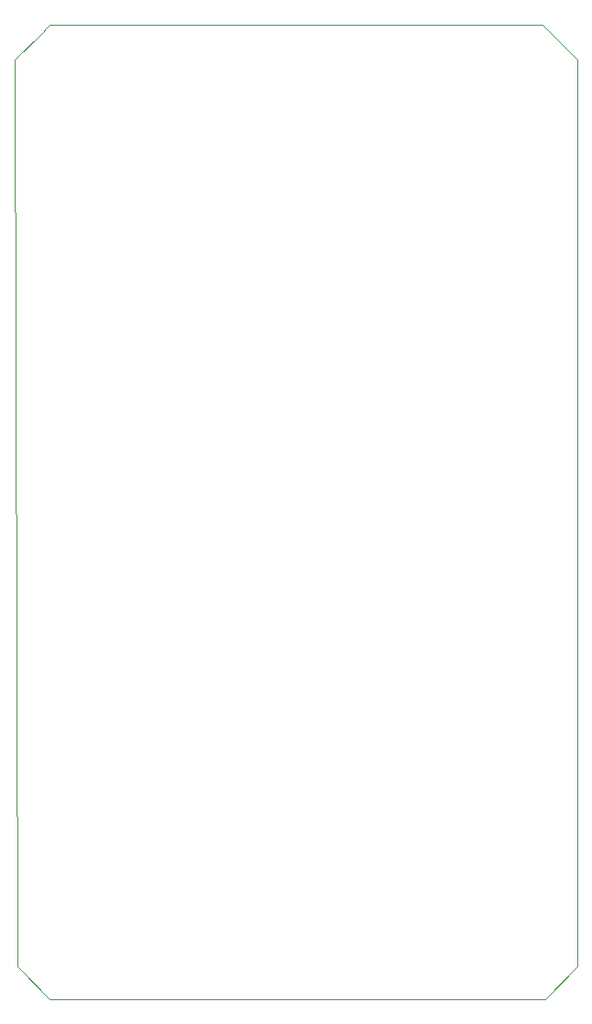
<source format=gm1>
G04 #@! TF.GenerationSoftware,KiCad,Pcbnew,6.0.1-79c1e3a40b~116~ubuntu21.04.1*
G04 #@! TF.CreationDate,2022-02-15T17:04:32-05:00*
G04 #@! TF.ProjectId,display_module,64697370-6c61-4795-9f6d-6f64756c652e,rev?*
G04 #@! TF.SameCoordinates,Original*
G04 #@! TF.FileFunction,Profile,NP*
%FSLAX46Y46*%
G04 Gerber Fmt 4.6, Leading zero omitted, Abs format (unit mm)*
G04 Created by KiCad (PCBNEW 6.0.1-79c1e3a40b~116~ubuntu21.04.1) date 2022-02-15 17:04:32*
%MOMM*%
%LPD*%
G01*
G04 APERTURE LIST*
G04 #@! TA.AperFunction,Profile*
%ADD10C,0.100000*%
G04 #@! TD*
G04 APERTURE END LIST*
D10*
X119000000Y-134250000D02*
X73250000Y-134250000D01*
X118750000Y-44250000D02*
X122000000Y-47500000D01*
X72500000Y-45000000D02*
X73000000Y-44500000D01*
X73250000Y-134250000D02*
X70500000Y-131500000D01*
X73250000Y-44250000D02*
X96000000Y-44250000D01*
X70250000Y-131250000D02*
X70000000Y-47500000D01*
X122000000Y-131250000D02*
X119000000Y-134250000D01*
X73000000Y-44500000D02*
X73250000Y-44250000D01*
X122000000Y-47500000D02*
X122000000Y-131250000D01*
X70000000Y-47500000D02*
X72500000Y-45000000D01*
X70500000Y-131500000D02*
X70250000Y-131250000D01*
X96000000Y-44250000D02*
X118750000Y-44250000D01*
M02*

</source>
